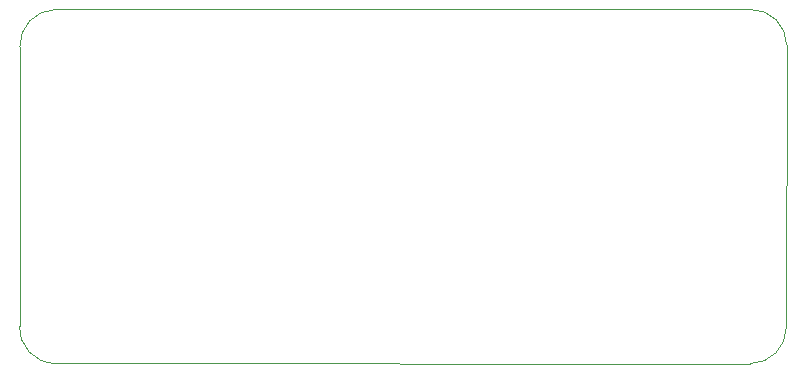
<source format=gbr>
%TF.GenerationSoftware,KiCad,Pcbnew,(6.0.5-0)*%
%TF.CreationDate,2024-08-31T12:48:40+10:00*%
%TF.ProjectId,AAPiHat,41415069-4861-4742-9e6b-696361645f70,rev?*%
%TF.SameCoordinates,Original*%
%TF.FileFunction,Profile,NP*%
%FSLAX46Y46*%
G04 Gerber Fmt 4.6, Leading zero omitted, Abs format (unit mm)*
G04 Created by KiCad (PCBNEW (6.0.5-0)) date 2024-08-31 12:48:40*
%MOMM*%
%LPD*%
G01*
G04 APERTURE LIST*
%TA.AperFunction,Profile*%
%ADD10C,0.100000*%
%TD*%
G04 APERTURE END LIST*
D10*
X50609626Y-78740000D02*
X109510000Y-78740000D01*
X112554000Y-81750320D02*
X112525739Y-105667739D01*
X109477739Y-108715739D02*
G75*
G03*
X112525739Y-105667739I-39J3048039D01*
G01*
X50625000Y-108708261D02*
X109477739Y-108715739D01*
X112553986Y-81750320D02*
G75*
G03*
X109510000Y-78740000I-3010486J20D01*
G01*
X47625000Y-81915000D02*
X47625000Y-105533261D01*
X50609626Y-78740000D02*
G75*
G03*
X47625000Y-81915000I94354J-3079030D01*
G01*
X47624960Y-105533259D02*
G75*
G03*
X50625000Y-108708261I3000040J-170141D01*
G01*
M02*

</source>
